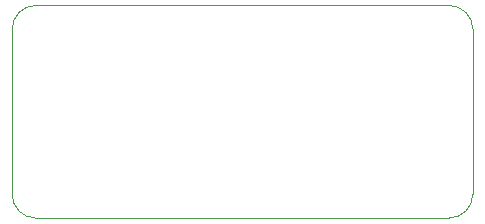
<source format=gm1>
G04 #@! TF.GenerationSoftware,KiCad,Pcbnew,(6.0.0-rc1-dev-1-g01c5bdfb8)*
G04 #@! TF.CreationDate,2019-01-03T14:47:18+01:00*
G04 #@! TF.ProjectId,nunchuk_breakout,6E756E6368756B5F627265616B6F7574,rev?*
G04 #@! TF.SameCoordinates,Original*
G04 #@! TF.FileFunction,Profile,NP*
%FSLAX46Y46*%
G04 Gerber Fmt 4.6, Leading zero omitted, Abs format (unit mm)*
G04 Created by KiCad (PCBNEW (6.0.0-rc1-dev-1-g01c5bdfb8)) date Thu Jan  3 14:47:18 2019*
%MOMM*%
%LPD*%
G01*
G04 APERTURE LIST*
%ADD10C,0.100000*%
G04 APERTURE END LIST*
D10*
X133000000Y-91000000D02*
G75*
G02X135000000Y-93000000I0J-2000000D01*
G01*
X135000000Y-107000000D02*
G75*
G02X133000000Y-109000000I-2000000J0D01*
G01*
X98000000Y-109000000D02*
G75*
G02X96000000Y-107000000I0J2000000D01*
G01*
X96000000Y-93000000D02*
G75*
G02X98000000Y-91000000I2000000J0D01*
G01*
X135000000Y-107000000D02*
X135000000Y-93000000D01*
X98000000Y-109000000D02*
X133000000Y-109000000D01*
X96000000Y-93000000D02*
X96000000Y-107000000D01*
X133000000Y-91000000D02*
X98000000Y-91000000D01*
M02*

</source>
